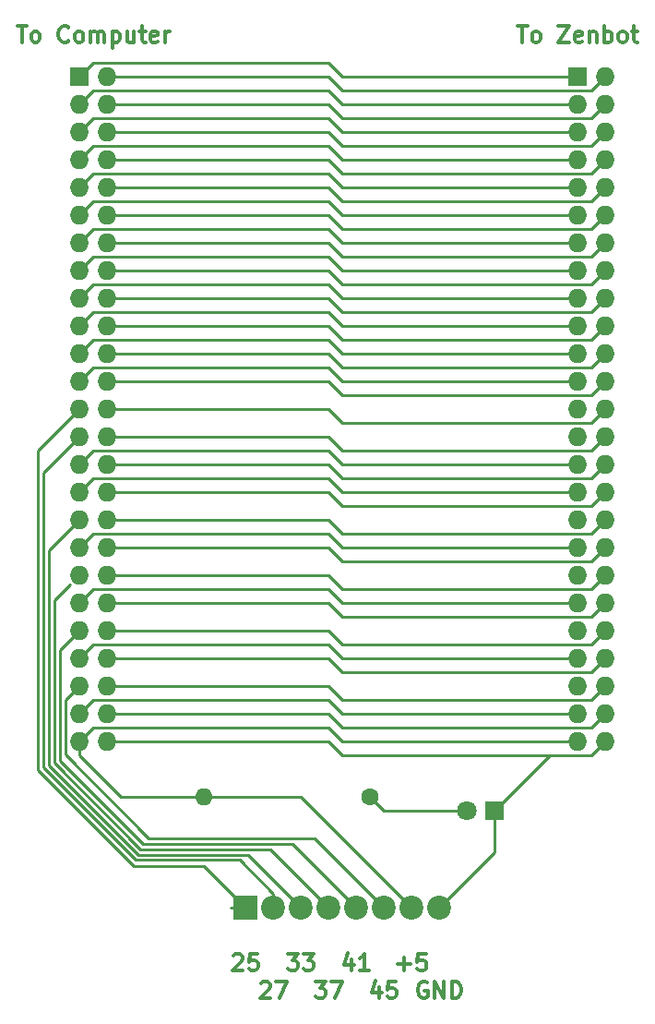
<source format=gbr>
G04 #@! TF.GenerationSoftware,KiCad,Pcbnew,5.0.1+dfsg1-3~bpo9+1*
G04 #@! TF.CreationDate,2018-11-28T12:56:56-07:00*
G04 #@! TF.ProjectId,breakout-board,627265616B6F75742D626F6172642E6B,rev?*
G04 #@! TF.SameCoordinates,Original*
G04 #@! TF.FileFunction,Copper,L2,Bot,Signal*
G04 #@! TF.FilePolarity,Positive*
%FSLAX46Y46*%
G04 Gerber Fmt 4.6, Leading zero omitted, Abs format (unit mm)*
G04 Created by KiCad (PCBNEW 5.0.1+dfsg1-3~bpo9+1) date Wed 28 Nov 2018 12:56:56 PM MST*
%MOMM*%
%LPD*%
G01*
G04 APERTURE LIST*
G04 #@! TA.AperFunction,NonConductor*
%ADD10C,0.300000*%
G04 #@! TD*
G04 #@! TA.AperFunction,ComponentPad*
%ADD11C,2.200000*%
G04 #@! TD*
G04 #@! TA.AperFunction,ComponentPad*
%ADD12R,2.200000X2.200000*%
G04 #@! TD*
G04 #@! TA.AperFunction,ComponentPad*
%ADD13R,1.727200X1.727200*%
G04 #@! TD*
G04 #@! TA.AperFunction,ComponentPad*
%ADD14O,1.727200X1.727200*%
G04 #@! TD*
G04 #@! TA.AperFunction,ComponentPad*
%ADD15C,1.600000*%
G04 #@! TD*
G04 #@! TA.AperFunction,ComponentPad*
%ADD16O,1.600000X1.600000*%
G04 #@! TD*
G04 #@! TA.AperFunction,ComponentPad*
%ADD17R,1.800000X1.800000*%
G04 #@! TD*
G04 #@! TA.AperFunction,ComponentPad*
%ADD18C,1.800000*%
G04 #@! TD*
G04 #@! TA.AperFunction,Conductor*
%ADD19C,0.250000*%
G04 #@! TD*
G04 APERTURE END LIST*
D10*
X150710000Y-38548571D02*
X151567142Y-38548571D01*
X151138571Y-40048571D02*
X151138571Y-38548571D01*
X152281428Y-40048571D02*
X152138571Y-39977142D01*
X152067142Y-39905714D01*
X151995714Y-39762857D01*
X151995714Y-39334285D01*
X152067142Y-39191428D01*
X152138571Y-39120000D01*
X152281428Y-39048571D01*
X152495714Y-39048571D01*
X152638571Y-39120000D01*
X152710000Y-39191428D01*
X152781428Y-39334285D01*
X152781428Y-39762857D01*
X152710000Y-39905714D01*
X152638571Y-39977142D01*
X152495714Y-40048571D01*
X152281428Y-40048571D01*
X154424285Y-38548571D02*
X155424285Y-38548571D01*
X154424285Y-40048571D01*
X155424285Y-40048571D01*
X156567142Y-39977142D02*
X156424285Y-40048571D01*
X156138571Y-40048571D01*
X155995714Y-39977142D01*
X155924285Y-39834285D01*
X155924285Y-39262857D01*
X155995714Y-39120000D01*
X156138571Y-39048571D01*
X156424285Y-39048571D01*
X156567142Y-39120000D01*
X156638571Y-39262857D01*
X156638571Y-39405714D01*
X155924285Y-39548571D01*
X157281428Y-39048571D02*
X157281428Y-40048571D01*
X157281428Y-39191428D02*
X157352857Y-39120000D01*
X157495714Y-39048571D01*
X157710000Y-39048571D01*
X157852857Y-39120000D01*
X157924285Y-39262857D01*
X157924285Y-40048571D01*
X158638571Y-40048571D02*
X158638571Y-38548571D01*
X158638571Y-39120000D02*
X158781428Y-39048571D01*
X159067142Y-39048571D01*
X159210000Y-39120000D01*
X159281428Y-39191428D01*
X159352857Y-39334285D01*
X159352857Y-39762857D01*
X159281428Y-39905714D01*
X159210000Y-39977142D01*
X159067142Y-40048571D01*
X158781428Y-40048571D01*
X158638571Y-39977142D01*
X160210000Y-40048571D02*
X160067142Y-39977142D01*
X159995714Y-39905714D01*
X159924285Y-39762857D01*
X159924285Y-39334285D01*
X159995714Y-39191428D01*
X160067142Y-39120000D01*
X160210000Y-39048571D01*
X160424285Y-39048571D01*
X160567142Y-39120000D01*
X160638571Y-39191428D01*
X160710000Y-39334285D01*
X160710000Y-39762857D01*
X160638571Y-39905714D01*
X160567142Y-39977142D01*
X160424285Y-40048571D01*
X160210000Y-40048571D01*
X161138571Y-39048571D02*
X161710000Y-39048571D01*
X161352857Y-38548571D02*
X161352857Y-39834285D01*
X161424285Y-39977142D01*
X161567142Y-40048571D01*
X161710000Y-40048571D01*
X104760000Y-38548571D02*
X105617142Y-38548571D01*
X105188571Y-40048571D02*
X105188571Y-38548571D01*
X106331428Y-40048571D02*
X106188571Y-39977142D01*
X106117142Y-39905714D01*
X106045714Y-39762857D01*
X106045714Y-39334285D01*
X106117142Y-39191428D01*
X106188571Y-39120000D01*
X106331428Y-39048571D01*
X106545714Y-39048571D01*
X106688571Y-39120000D01*
X106760000Y-39191428D01*
X106831428Y-39334285D01*
X106831428Y-39762857D01*
X106760000Y-39905714D01*
X106688571Y-39977142D01*
X106545714Y-40048571D01*
X106331428Y-40048571D01*
X109474285Y-39905714D02*
X109402857Y-39977142D01*
X109188571Y-40048571D01*
X109045714Y-40048571D01*
X108831428Y-39977142D01*
X108688571Y-39834285D01*
X108617142Y-39691428D01*
X108545714Y-39405714D01*
X108545714Y-39191428D01*
X108617142Y-38905714D01*
X108688571Y-38762857D01*
X108831428Y-38620000D01*
X109045714Y-38548571D01*
X109188571Y-38548571D01*
X109402857Y-38620000D01*
X109474285Y-38691428D01*
X110331428Y-40048571D02*
X110188571Y-39977142D01*
X110117142Y-39905714D01*
X110045714Y-39762857D01*
X110045714Y-39334285D01*
X110117142Y-39191428D01*
X110188571Y-39120000D01*
X110331428Y-39048571D01*
X110545714Y-39048571D01*
X110688571Y-39120000D01*
X110760000Y-39191428D01*
X110831428Y-39334285D01*
X110831428Y-39762857D01*
X110760000Y-39905714D01*
X110688571Y-39977142D01*
X110545714Y-40048571D01*
X110331428Y-40048571D01*
X111474285Y-40048571D02*
X111474285Y-39048571D01*
X111474285Y-39191428D02*
X111545714Y-39120000D01*
X111688571Y-39048571D01*
X111902857Y-39048571D01*
X112045714Y-39120000D01*
X112117142Y-39262857D01*
X112117142Y-40048571D01*
X112117142Y-39262857D02*
X112188571Y-39120000D01*
X112331428Y-39048571D01*
X112545714Y-39048571D01*
X112688571Y-39120000D01*
X112760000Y-39262857D01*
X112760000Y-40048571D01*
X113474285Y-39048571D02*
X113474285Y-40548571D01*
X113474285Y-39120000D02*
X113617142Y-39048571D01*
X113902857Y-39048571D01*
X114045714Y-39120000D01*
X114117142Y-39191428D01*
X114188571Y-39334285D01*
X114188571Y-39762857D01*
X114117142Y-39905714D01*
X114045714Y-39977142D01*
X113902857Y-40048571D01*
X113617142Y-40048571D01*
X113474285Y-39977142D01*
X115474285Y-39048571D02*
X115474285Y-40048571D01*
X114831428Y-39048571D02*
X114831428Y-39834285D01*
X114902857Y-39977142D01*
X115045714Y-40048571D01*
X115260000Y-40048571D01*
X115402857Y-39977142D01*
X115474285Y-39905714D01*
X115974285Y-39048571D02*
X116545714Y-39048571D01*
X116188571Y-38548571D02*
X116188571Y-39834285D01*
X116260000Y-39977142D01*
X116402857Y-40048571D01*
X116545714Y-40048571D01*
X117617142Y-39977142D02*
X117474285Y-40048571D01*
X117188571Y-40048571D01*
X117045714Y-39977142D01*
X116974285Y-39834285D01*
X116974285Y-39262857D01*
X117045714Y-39120000D01*
X117188571Y-39048571D01*
X117474285Y-39048571D01*
X117617142Y-39120000D01*
X117688571Y-39262857D01*
X117688571Y-39405714D01*
X116974285Y-39548571D01*
X118331428Y-40048571D02*
X118331428Y-39048571D01*
X118331428Y-39334285D02*
X118402857Y-39191428D01*
X118474285Y-39120000D01*
X118617142Y-39048571D01*
X118759999Y-39048571D01*
X142367142Y-126250000D02*
X142224285Y-126178571D01*
X142010000Y-126178571D01*
X141795714Y-126250000D01*
X141652857Y-126392857D01*
X141581428Y-126535714D01*
X141510000Y-126821428D01*
X141510000Y-127035714D01*
X141581428Y-127321428D01*
X141652857Y-127464285D01*
X141795714Y-127607142D01*
X142010000Y-127678571D01*
X142152857Y-127678571D01*
X142367142Y-127607142D01*
X142438571Y-127535714D01*
X142438571Y-127035714D01*
X142152857Y-127035714D01*
X143081428Y-127678571D02*
X143081428Y-126178571D01*
X143938571Y-127678571D01*
X143938571Y-126178571D01*
X144652857Y-127678571D02*
X144652857Y-126178571D01*
X145010000Y-126178571D01*
X145224285Y-126250000D01*
X145367142Y-126392857D01*
X145438571Y-126535714D01*
X145510000Y-126821428D01*
X145510000Y-127035714D01*
X145438571Y-127321428D01*
X145367142Y-127464285D01*
X145224285Y-127607142D01*
X145010000Y-127678571D01*
X144652857Y-127678571D01*
X139684285Y-124567142D02*
X140827142Y-124567142D01*
X140255714Y-125138571D02*
X140255714Y-123995714D01*
X142255714Y-123638571D02*
X141541428Y-123638571D01*
X141470000Y-124352857D01*
X141541428Y-124281428D01*
X141684285Y-124210000D01*
X142041428Y-124210000D01*
X142184285Y-124281428D01*
X142255714Y-124352857D01*
X142327142Y-124495714D01*
X142327142Y-124852857D01*
X142255714Y-124995714D01*
X142184285Y-125067142D01*
X142041428Y-125138571D01*
X141684285Y-125138571D01*
X141541428Y-125067142D01*
X141470000Y-124995714D01*
X138001428Y-126678571D02*
X138001428Y-127678571D01*
X137644285Y-126107142D02*
X137287142Y-127178571D01*
X138215714Y-127178571D01*
X139501428Y-126178571D02*
X138787142Y-126178571D01*
X138715714Y-126892857D01*
X138787142Y-126821428D01*
X138930000Y-126750000D01*
X139287142Y-126750000D01*
X139430000Y-126821428D01*
X139501428Y-126892857D01*
X139572857Y-127035714D01*
X139572857Y-127392857D01*
X139501428Y-127535714D01*
X139430000Y-127607142D01*
X139287142Y-127678571D01*
X138930000Y-127678571D01*
X138787142Y-127607142D01*
X138715714Y-127535714D01*
X135461428Y-124138571D02*
X135461428Y-125138571D01*
X135104285Y-123567142D02*
X134747142Y-124638571D01*
X135675714Y-124638571D01*
X137032857Y-125138571D02*
X136175714Y-125138571D01*
X136604285Y-125138571D02*
X136604285Y-123638571D01*
X136461428Y-123852857D01*
X136318571Y-123995714D01*
X136175714Y-124067142D01*
X132135714Y-126178571D02*
X133064285Y-126178571D01*
X132564285Y-126750000D01*
X132778571Y-126750000D01*
X132921428Y-126821428D01*
X132992857Y-126892857D01*
X133064285Y-127035714D01*
X133064285Y-127392857D01*
X132992857Y-127535714D01*
X132921428Y-127607142D01*
X132778571Y-127678571D01*
X132350000Y-127678571D01*
X132207142Y-127607142D01*
X132135714Y-127535714D01*
X133564285Y-126178571D02*
X134564285Y-126178571D01*
X133921428Y-127678571D01*
X129595714Y-123638571D02*
X130524285Y-123638571D01*
X130024285Y-124210000D01*
X130238571Y-124210000D01*
X130381428Y-124281428D01*
X130452857Y-124352857D01*
X130524285Y-124495714D01*
X130524285Y-124852857D01*
X130452857Y-124995714D01*
X130381428Y-125067142D01*
X130238571Y-125138571D01*
X129810000Y-125138571D01*
X129667142Y-125067142D01*
X129595714Y-124995714D01*
X131024285Y-123638571D02*
X131952857Y-123638571D01*
X131452857Y-124210000D01*
X131667142Y-124210000D01*
X131810000Y-124281428D01*
X131881428Y-124352857D01*
X131952857Y-124495714D01*
X131952857Y-124852857D01*
X131881428Y-124995714D01*
X131810000Y-125067142D01*
X131667142Y-125138571D01*
X131238571Y-125138571D01*
X131095714Y-125067142D01*
X131024285Y-124995714D01*
X127127142Y-126321428D02*
X127198571Y-126250000D01*
X127341428Y-126178571D01*
X127698571Y-126178571D01*
X127841428Y-126250000D01*
X127912857Y-126321428D01*
X127984285Y-126464285D01*
X127984285Y-126607142D01*
X127912857Y-126821428D01*
X127055714Y-127678571D01*
X127984285Y-127678571D01*
X128484285Y-126178571D02*
X129484285Y-126178571D01*
X128841428Y-127678571D01*
X124587142Y-123781428D02*
X124658571Y-123710000D01*
X124801428Y-123638571D01*
X125158571Y-123638571D01*
X125301428Y-123710000D01*
X125372857Y-123781428D01*
X125444285Y-123924285D01*
X125444285Y-124067142D01*
X125372857Y-124281428D01*
X124515714Y-125138571D01*
X125444285Y-125138571D01*
X126801428Y-123638571D02*
X126087142Y-123638571D01*
X126015714Y-124352857D01*
X126087142Y-124281428D01*
X126230000Y-124210000D01*
X126587142Y-124210000D01*
X126730000Y-124281428D01*
X126801428Y-124352857D01*
X126872857Y-124495714D01*
X126872857Y-124852857D01*
X126801428Y-124995714D01*
X126730000Y-125067142D01*
X126587142Y-125138571D01*
X126230000Y-125138571D01*
X126087142Y-125067142D01*
X126015714Y-124995714D01*
D11*
G04 #@! TO.P,J1,8*
G04 #@! TO.N,Net-(D1-Pad1)*
X143510000Y-119380000D03*
G04 #@! TO.P,J1,7*
G04 #@! TO.N,Net-(J1-Pad7)*
X140970000Y-119380000D03*
G04 #@! TO.P,J1,6*
G04 #@! TO.N,Net-(J1-Pad6)*
X138430000Y-119380000D03*
G04 #@! TO.P,J1,5*
G04 #@! TO.N,Net-(J1-Pad5)*
X135890000Y-119380000D03*
G04 #@! TO.P,J1,4*
G04 #@! TO.N,Net-(J1-Pad4)*
X133350000Y-119380000D03*
G04 #@! TO.P,J1,3*
G04 #@! TO.N,Net-(J1-Pad3)*
X130810000Y-119380000D03*
G04 #@! TO.P,J1,2*
G04 #@! TO.N,Net-(J1-Pad2)*
X128270000Y-119380000D03*
D12*
G04 #@! TO.P,J1,1*
G04 #@! TO.N,Net-(J1-Pad1)*
X125730000Y-119380000D03*
G04 #@! TD*
D13*
G04 #@! TO.P,P0,1*
G04 #@! TO.N,Net-(P0-Pad1)*
X110490000Y-43180000D03*
D14*
G04 #@! TO.P,P0,2*
G04 #@! TO.N,Net-(P0-Pad2)*
X113030000Y-43180000D03*
G04 #@! TO.P,P0,3*
G04 #@! TO.N,Net-(P0-Pad3)*
X110490000Y-45720000D03*
G04 #@! TO.P,P0,4*
G04 #@! TO.N,Net-(P0-Pad4)*
X113030000Y-45720000D03*
G04 #@! TO.P,P0,5*
G04 #@! TO.N,Net-(P0-Pad5)*
X110490000Y-48260000D03*
G04 #@! TO.P,P0,6*
G04 #@! TO.N,Net-(P0-Pad6)*
X113030000Y-48260000D03*
G04 #@! TO.P,P0,7*
G04 #@! TO.N,Net-(P0-Pad7)*
X110490000Y-50800000D03*
G04 #@! TO.P,P0,8*
G04 #@! TO.N,Net-(P0-Pad8)*
X113030000Y-50800000D03*
G04 #@! TO.P,P0,9*
G04 #@! TO.N,Net-(P0-Pad9)*
X110490000Y-53340000D03*
G04 #@! TO.P,P0,10*
G04 #@! TO.N,Net-(P0-Pad10)*
X113030000Y-53340000D03*
G04 #@! TO.P,P0,11*
G04 #@! TO.N,Net-(P0-Pad11)*
X110490000Y-55880000D03*
G04 #@! TO.P,P0,12*
G04 #@! TO.N,Net-(P0-Pad12)*
X113030000Y-55880000D03*
G04 #@! TO.P,P0,13*
G04 #@! TO.N,Net-(P0-Pad13)*
X110490000Y-58420000D03*
G04 #@! TO.P,P0,14*
G04 #@! TO.N,Net-(P0-Pad14)*
X113030000Y-58420000D03*
G04 #@! TO.P,P0,15*
G04 #@! TO.N,Net-(P0-Pad15)*
X110490000Y-60960000D03*
G04 #@! TO.P,P0,16*
G04 #@! TO.N,Net-(P0-Pad16)*
X113030000Y-60960000D03*
G04 #@! TO.P,P0,17*
G04 #@! TO.N,Net-(P0-Pad17)*
X110490000Y-63500000D03*
G04 #@! TO.P,P0,18*
G04 #@! TO.N,Net-(P0-Pad18)*
X113030000Y-63500000D03*
G04 #@! TO.P,P0,19*
G04 #@! TO.N,Net-(P0-Pad19)*
X110490000Y-66040000D03*
G04 #@! TO.P,P0,20*
G04 #@! TO.N,Net-(P0-Pad20)*
X113030000Y-66040000D03*
G04 #@! TO.P,P0,21*
G04 #@! TO.N,Net-(P0-Pad21)*
X110490000Y-68580000D03*
G04 #@! TO.P,P0,22*
G04 #@! TO.N,Net-(P0-Pad22)*
X113030000Y-68580000D03*
G04 #@! TO.P,P0,23*
G04 #@! TO.N,Net-(P0-Pad23)*
X110490000Y-71120000D03*
G04 #@! TO.P,P0,24*
G04 #@! TO.N,Net-(P0-Pad24)*
X113030000Y-71120000D03*
G04 #@! TO.P,P0,25*
G04 #@! TO.N,Net-(J1-Pad1)*
X110490000Y-73660000D03*
G04 #@! TO.P,P0,26*
G04 #@! TO.N,Net-(P0-Pad26)*
X113030000Y-73660000D03*
G04 #@! TO.P,P0,27*
G04 #@! TO.N,Net-(J1-Pad2)*
X110490000Y-76200000D03*
G04 #@! TO.P,P0,28*
G04 #@! TO.N,Net-(P0-Pad28)*
X113030000Y-76200000D03*
G04 #@! TO.P,P0,29*
G04 #@! TO.N,Net-(P0-Pad29)*
X110490000Y-78740000D03*
G04 #@! TO.P,P0,30*
G04 #@! TO.N,Net-(P0-Pad30)*
X113030000Y-78740000D03*
G04 #@! TO.P,P0,31*
G04 #@! TO.N,Net-(P0-Pad31)*
X110490000Y-81280000D03*
G04 #@! TO.P,P0,32*
G04 #@! TO.N,Net-(P0-Pad32)*
X113030000Y-81280000D03*
G04 #@! TO.P,P0,33*
G04 #@! TO.N,Net-(J1-Pad3)*
X110490000Y-83820000D03*
G04 #@! TO.P,P0,34*
G04 #@! TO.N,Net-(P0-Pad34)*
X113030000Y-83820000D03*
G04 #@! TO.P,P0,35*
G04 #@! TO.N,Net-(P0-Pad35)*
X110490000Y-86360000D03*
G04 #@! TO.P,P0,36*
G04 #@! TO.N,Net-(P0-Pad36)*
X113030000Y-86360000D03*
G04 #@! TO.P,P0,37*
G04 #@! TO.N,Net-(J1-Pad4)*
X110490000Y-88900000D03*
G04 #@! TO.P,P0,38*
G04 #@! TO.N,Net-(P0-Pad38)*
X113030000Y-88900000D03*
G04 #@! TO.P,P0,39*
G04 #@! TO.N,Net-(P0-Pad39)*
X110490000Y-91440000D03*
G04 #@! TO.P,P0,40*
G04 #@! TO.N,Net-(P0-Pad40)*
X113030000Y-91440000D03*
G04 #@! TO.P,P0,41*
G04 #@! TO.N,Net-(J1-Pad5)*
X110490000Y-93980000D03*
G04 #@! TO.P,P0,42*
G04 #@! TO.N,Net-(P0-Pad42)*
X113030000Y-93980000D03*
G04 #@! TO.P,P0,43*
G04 #@! TO.N,Net-(P0-Pad43)*
X110490000Y-96520000D03*
G04 #@! TO.P,P0,44*
G04 #@! TO.N,Net-(P0-Pad44)*
X113030000Y-96520000D03*
G04 #@! TO.P,P0,45*
G04 #@! TO.N,Net-(J1-Pad6)*
X110490000Y-99060000D03*
G04 #@! TO.P,P0,46*
G04 #@! TO.N,Net-(P0-Pad46)*
X113030000Y-99060000D03*
G04 #@! TO.P,P0,47*
G04 #@! TO.N,Net-(P0-Pad47)*
X110490000Y-101600000D03*
G04 #@! TO.P,P0,48*
G04 #@! TO.N,Net-(P0-Pad48)*
X113030000Y-101600000D03*
G04 #@! TO.P,P0,49*
G04 #@! TO.N,Net-(J1-Pad7)*
X110490000Y-104140000D03*
G04 #@! TO.P,P0,50*
G04 #@! TO.N,Net-(D1-Pad1)*
X113030000Y-104140000D03*
G04 #@! TD*
D13*
G04 #@! TO.P,P1,1*
G04 #@! TO.N,Net-(P0-Pad1)*
X156210000Y-43180000D03*
D14*
G04 #@! TO.P,P1,2*
G04 #@! TO.N,Net-(P0-Pad2)*
X158750000Y-43180000D03*
G04 #@! TO.P,P1,3*
G04 #@! TO.N,Net-(P0-Pad3)*
X156210000Y-45720000D03*
G04 #@! TO.P,P1,4*
G04 #@! TO.N,Net-(P0-Pad4)*
X158750000Y-45720000D03*
G04 #@! TO.P,P1,5*
G04 #@! TO.N,Net-(P0-Pad5)*
X156210000Y-48260000D03*
G04 #@! TO.P,P1,6*
G04 #@! TO.N,Net-(P0-Pad6)*
X158750000Y-48260000D03*
G04 #@! TO.P,P1,7*
G04 #@! TO.N,Net-(P0-Pad7)*
X156210000Y-50800000D03*
G04 #@! TO.P,P1,8*
G04 #@! TO.N,Net-(P0-Pad8)*
X158750000Y-50800000D03*
G04 #@! TO.P,P1,9*
G04 #@! TO.N,Net-(P0-Pad9)*
X156210000Y-53340000D03*
G04 #@! TO.P,P1,10*
G04 #@! TO.N,Net-(P0-Pad10)*
X158750000Y-53340000D03*
G04 #@! TO.P,P1,11*
G04 #@! TO.N,Net-(P0-Pad11)*
X156210000Y-55880000D03*
G04 #@! TO.P,P1,12*
G04 #@! TO.N,Net-(P0-Pad12)*
X158750000Y-55880000D03*
G04 #@! TO.P,P1,13*
G04 #@! TO.N,Net-(P0-Pad13)*
X156210000Y-58420000D03*
G04 #@! TO.P,P1,14*
G04 #@! TO.N,Net-(P0-Pad14)*
X158750000Y-58420000D03*
G04 #@! TO.P,P1,15*
G04 #@! TO.N,Net-(P0-Pad15)*
X156210000Y-60960000D03*
G04 #@! TO.P,P1,16*
G04 #@! TO.N,Net-(P0-Pad16)*
X158750000Y-60960000D03*
G04 #@! TO.P,P1,17*
G04 #@! TO.N,Net-(P0-Pad17)*
X156210000Y-63500000D03*
G04 #@! TO.P,P1,18*
G04 #@! TO.N,Net-(P0-Pad18)*
X158750000Y-63500000D03*
G04 #@! TO.P,P1,19*
G04 #@! TO.N,Net-(P0-Pad19)*
X156210000Y-66040000D03*
G04 #@! TO.P,P1,20*
G04 #@! TO.N,Net-(P0-Pad20)*
X158750000Y-66040000D03*
G04 #@! TO.P,P1,21*
G04 #@! TO.N,Net-(P0-Pad21)*
X156210000Y-68580000D03*
G04 #@! TO.P,P1,22*
G04 #@! TO.N,Net-(P0-Pad22)*
X158750000Y-68580000D03*
G04 #@! TO.P,P1,23*
G04 #@! TO.N,Net-(P0-Pad23)*
X156210000Y-71120000D03*
G04 #@! TO.P,P1,24*
G04 #@! TO.N,Net-(P0-Pad24)*
X158750000Y-71120000D03*
G04 #@! TO.P,P1,25*
G04 #@! TO.N,Net-(P1-Pad25)*
X156210000Y-73660000D03*
G04 #@! TO.P,P1,26*
G04 #@! TO.N,Net-(P0-Pad26)*
X158750000Y-73660000D03*
G04 #@! TO.P,P1,27*
G04 #@! TO.N,Net-(P1-Pad27)*
X156210000Y-76200000D03*
G04 #@! TO.P,P1,28*
G04 #@! TO.N,Net-(P0-Pad28)*
X158750000Y-76200000D03*
G04 #@! TO.P,P1,29*
G04 #@! TO.N,Net-(P0-Pad29)*
X156210000Y-78740000D03*
G04 #@! TO.P,P1,30*
G04 #@! TO.N,Net-(P0-Pad30)*
X158750000Y-78740000D03*
G04 #@! TO.P,P1,31*
G04 #@! TO.N,Net-(P0-Pad31)*
X156210000Y-81280000D03*
G04 #@! TO.P,P1,32*
G04 #@! TO.N,Net-(P0-Pad32)*
X158750000Y-81280000D03*
G04 #@! TO.P,P1,33*
G04 #@! TO.N,Net-(P1-Pad33)*
X156210000Y-83820000D03*
G04 #@! TO.P,P1,34*
G04 #@! TO.N,Net-(P0-Pad34)*
X158750000Y-83820000D03*
G04 #@! TO.P,P1,35*
G04 #@! TO.N,Net-(P0-Pad35)*
X156210000Y-86360000D03*
G04 #@! TO.P,P1,36*
G04 #@! TO.N,Net-(P0-Pad36)*
X158750000Y-86360000D03*
G04 #@! TO.P,P1,37*
G04 #@! TO.N,Net-(P1-Pad37)*
X156210000Y-88900000D03*
G04 #@! TO.P,P1,38*
G04 #@! TO.N,Net-(P0-Pad38)*
X158750000Y-88900000D03*
G04 #@! TO.P,P1,39*
G04 #@! TO.N,Net-(P0-Pad39)*
X156210000Y-91440000D03*
G04 #@! TO.P,P1,40*
G04 #@! TO.N,Net-(P0-Pad40)*
X158750000Y-91440000D03*
G04 #@! TO.P,P1,41*
G04 #@! TO.N,Net-(P1-Pad41)*
X156210000Y-93980000D03*
G04 #@! TO.P,P1,42*
G04 #@! TO.N,Net-(P0-Pad42)*
X158750000Y-93980000D03*
G04 #@! TO.P,P1,43*
G04 #@! TO.N,Net-(P0-Pad43)*
X156210000Y-96520000D03*
G04 #@! TO.P,P1,44*
G04 #@! TO.N,Net-(P0-Pad44)*
X158750000Y-96520000D03*
G04 #@! TO.P,P1,45*
G04 #@! TO.N,Net-(P1-Pad45)*
X156210000Y-99060000D03*
G04 #@! TO.P,P1,46*
G04 #@! TO.N,Net-(P0-Pad46)*
X158750000Y-99060000D03*
G04 #@! TO.P,P1,47*
G04 #@! TO.N,Net-(P0-Pad47)*
X156210000Y-101600000D03*
G04 #@! TO.P,P1,48*
G04 #@! TO.N,Net-(P0-Pad48)*
X158750000Y-101600000D03*
G04 #@! TO.P,P1,49*
G04 #@! TO.N,Net-(J1-Pad7)*
X156210000Y-104140000D03*
G04 #@! TO.P,P1,50*
G04 #@! TO.N,Net-(D1-Pad1)*
X158750000Y-104140000D03*
G04 #@! TD*
D15*
G04 #@! TO.P,R1,1*
G04 #@! TO.N,Net-(D1-Pad2)*
X137160000Y-109220000D03*
D16*
G04 #@! TO.P,R1,2*
G04 #@! TO.N,Net-(J1-Pad7)*
X121920000Y-109220000D03*
G04 #@! TD*
D17*
G04 #@! TO.P,D1,1*
G04 #@! TO.N,Net-(D1-Pad1)*
X148590000Y-110490000D03*
D18*
G04 #@! TO.P,D1,2*
G04 #@! TO.N,Net-(D1-Pad2)*
X146050000Y-110490000D03*
G04 #@! TD*
D19*
G04 #@! TO.N,Net-(D1-Pad1)*
X157886401Y-105003599D02*
X158750000Y-104140000D01*
X157561399Y-105328601D02*
X157886401Y-105003599D01*
X134620000Y-105410000D02*
X157480000Y-105410000D01*
X133350000Y-104140000D02*
X134620000Y-105410000D01*
X113030000Y-104140000D02*
X133350000Y-104140000D01*
X157561399Y-105328601D02*
X157480000Y-105410000D01*
X143510000Y-119380000D02*
X148590000Y-114300000D01*
X148590000Y-110490000D02*
X153670000Y-105410000D01*
X148590000Y-114300000D02*
X148590000Y-110490000D01*
G04 #@! TO.N,Net-(D1-Pad2)*
X138430000Y-110490000D02*
X137160000Y-109220000D01*
X146050000Y-110490000D02*
X138430000Y-110490000D01*
G04 #@! TO.N,Net-(J1-Pad1)*
X106680000Y-77470000D02*
X109626401Y-74523599D01*
X106680000Y-106760000D02*
X106680000Y-77470000D01*
X125730000Y-119380000D02*
X124380000Y-119380000D01*
X109626401Y-74523599D02*
X110490000Y-73660000D01*
X115490002Y-115570000D02*
X106680000Y-106759998D01*
X121920000Y-115570000D02*
X115490002Y-115570000D01*
X125730000Y-119380000D02*
X121920000Y-115570000D01*
G04 #@! TO.N,Net-(J1-Pad2)*
X109626401Y-77063599D02*
X110490000Y-76200000D01*
X107180011Y-79509989D02*
X109626401Y-77063599D01*
X107180011Y-106552889D02*
X107180011Y-79509989D01*
X128270000Y-119380000D02*
X128270000Y-118110000D01*
X125190041Y-115030041D02*
X115657163Y-115030041D01*
X128270000Y-118110000D02*
X125190041Y-115030041D01*
X115657163Y-115030041D02*
X107180011Y-106552889D01*
G04 #@! TO.N,Net-(J1-Pad3)*
X107680022Y-106345778D02*
X115864275Y-114530031D01*
X115864275Y-114530031D02*
X125960031Y-114530031D01*
X125960031Y-114530031D02*
X129710001Y-118280001D01*
X110490000Y-83820000D02*
X107680022Y-86629978D01*
X107680022Y-86629978D02*
X107680022Y-106345778D01*
X129710001Y-118280001D02*
X130810000Y-119380000D01*
G04 #@! TO.N,Net-(J1-Pad4)*
X108180033Y-106138667D02*
X108180033Y-91209967D01*
X108180033Y-91209967D02*
X109626401Y-89763599D01*
X116071387Y-114030021D02*
X108180033Y-106138667D01*
X133350000Y-119380000D02*
X128000021Y-114030021D01*
X128000021Y-114030021D02*
X116071387Y-114030021D01*
G04 #@! TO.N,Net-(J1-Pad5)*
X109626401Y-94843599D02*
X110490000Y-93980000D01*
X108680044Y-105931556D02*
X108680044Y-95789956D01*
X116278499Y-113530011D02*
X108680044Y-105931556D01*
X108680044Y-95789956D02*
X109626401Y-94843599D01*
X135890000Y-119380000D02*
X130040011Y-113530011D01*
X130040011Y-113530011D02*
X116278499Y-113530011D01*
G04 #@! TO.N,Net-(J1-Pad6)*
X109180055Y-100369945D02*
X109626401Y-99923599D01*
X116840000Y-113030000D02*
X109180055Y-105370055D01*
X132080000Y-113030000D02*
X116840000Y-113030000D01*
X109626401Y-99923599D02*
X110490000Y-99060000D01*
X138430000Y-119380000D02*
X132080000Y-113030000D01*
X109180055Y-105370055D02*
X109180055Y-100369945D01*
G04 #@! TO.N,Net-(J1-Pad7)*
X110490000Y-104140000D02*
X111760000Y-102870000D01*
X111760000Y-102870000D02*
X133350000Y-102870000D01*
X134620000Y-104140000D02*
X156210000Y-104140000D01*
X133350000Y-102870000D02*
X134620000Y-104140000D01*
X110490000Y-104140000D02*
X110490000Y-105410000D01*
X121920000Y-109220000D02*
X114300000Y-109220000D01*
X114300000Y-109220000D02*
X110490000Y-105410000D01*
X127000000Y-109220000D02*
X121920000Y-109220000D01*
X130810000Y-109220000D02*
X127000000Y-109220000D01*
X140970000Y-119380000D02*
X130810000Y-109220000D01*
G04 #@! TO.N,Net-(P0-Pad1)*
X110490000Y-43180000D02*
X111760000Y-41910000D01*
X134620000Y-43180000D02*
X156210000Y-43180000D01*
X133350000Y-41910000D02*
X134620000Y-43180000D01*
X111760000Y-41910000D02*
X133350000Y-41910000D01*
G04 #@! TO.N,Net-(P0-Pad2)*
X113030000Y-43180000D02*
X133350000Y-43180000D01*
X157480000Y-44450000D02*
X158750000Y-43180000D01*
X134620000Y-44450000D02*
X157480000Y-44450000D01*
X133350000Y-43180000D02*
X134620000Y-44450000D01*
G04 #@! TO.N,Net-(P0-Pad3)*
X110490000Y-45720000D02*
X111760000Y-44450000D01*
X111760000Y-44450000D02*
X133350000Y-44450000D01*
X133350000Y-44450000D02*
X134620000Y-45720000D01*
X134620000Y-45720000D02*
X156210000Y-45720000D01*
G04 #@! TO.N,Net-(P0-Pad4)*
X113030000Y-45720000D02*
X133350000Y-45720000D01*
X133350000Y-45720000D02*
X134620000Y-46990000D01*
X134620000Y-46990000D02*
X157480000Y-46990000D01*
X157480000Y-46990000D02*
X158750000Y-45720000D01*
G04 #@! TO.N,Net-(P0-Pad5)*
X110490000Y-48260000D02*
X111760000Y-46990000D01*
X111760000Y-46990000D02*
X133350000Y-46990000D01*
X134620000Y-48260000D02*
X156210000Y-48260000D01*
X133350000Y-46990000D02*
X134620000Y-48260000D01*
G04 #@! TO.N,Net-(P0-Pad6)*
X158750000Y-48260000D02*
X157480000Y-49530000D01*
X157480000Y-49530000D02*
X134620000Y-49530000D01*
X134620000Y-49530000D02*
X133350000Y-48260000D01*
X133350000Y-48260000D02*
X113030000Y-48260000D01*
G04 #@! TO.N,Net-(P0-Pad7)*
X134620000Y-50800000D02*
X156210000Y-50800000D01*
X111760000Y-49530000D02*
X133350000Y-49530000D01*
X133350000Y-49530000D02*
X134620000Y-50800000D01*
X110490000Y-50800000D02*
X111760000Y-49530000D01*
G04 #@! TO.N,Net-(P0-Pad8)*
X158750000Y-50800000D02*
X157480000Y-52070000D01*
X157480000Y-52070000D02*
X134620000Y-52070000D01*
X134620000Y-52070000D02*
X133350000Y-50800000D01*
X133350000Y-50800000D02*
X113030000Y-50800000D01*
G04 #@! TO.N,Net-(P0-Pad9)*
X133350000Y-52070000D02*
X134620000Y-53340000D01*
X134620000Y-53340000D02*
X156210000Y-53340000D01*
X111760000Y-52070000D02*
X133350000Y-52070000D01*
X110490000Y-53340000D02*
X111760000Y-52070000D01*
G04 #@! TO.N,Net-(P0-Pad10)*
X158750000Y-53340000D02*
X157480000Y-54610000D01*
X157480000Y-54610000D02*
X134620000Y-54610000D01*
X134620000Y-54610000D02*
X133350000Y-53340000D01*
X133350000Y-53340000D02*
X113030000Y-53340000D01*
G04 #@! TO.N,Net-(P0-Pad11)*
X111760000Y-54610000D02*
X133350000Y-54610000D01*
X133350000Y-54610000D02*
X134620000Y-55880000D01*
X154988686Y-55880000D02*
X156210000Y-55880000D01*
X110490000Y-55880000D02*
X111760000Y-54610000D01*
X134620000Y-55880000D02*
X154988686Y-55880000D01*
G04 #@! TO.N,Net-(P0-Pad12)*
X133350000Y-55880000D02*
X113030000Y-55880000D01*
X157480000Y-57150000D02*
X134620000Y-57150000D01*
X134620000Y-57150000D02*
X133350000Y-55880000D01*
X158750000Y-55880000D02*
X157480000Y-57150000D01*
G04 #@! TO.N,Net-(P0-Pad13)*
X110490000Y-58420000D02*
X111760000Y-57150000D01*
X111760000Y-57150000D02*
X133350000Y-57150000D01*
X133350000Y-57150000D02*
X134620000Y-58420000D01*
X134620000Y-58420000D02*
X156210000Y-58420000D01*
G04 #@! TO.N,Net-(P0-Pad14)*
X158750000Y-58420000D02*
X157480000Y-59690000D01*
X157480000Y-59690000D02*
X134620000Y-59690000D01*
X134620000Y-59690000D02*
X133350000Y-58420000D01*
X133350000Y-58420000D02*
X113030000Y-58420000D01*
G04 #@! TO.N,Net-(P0-Pad15)*
X134620000Y-60960000D02*
X156210000Y-60960000D01*
X133350000Y-59690000D02*
X134620000Y-60960000D01*
X111760000Y-59690000D02*
X133350000Y-59690000D01*
X110490000Y-60960000D02*
X111760000Y-59690000D01*
G04 #@! TO.N,Net-(P0-Pad16)*
X158750000Y-60960000D02*
X157480000Y-62230000D01*
X157480000Y-62230000D02*
X134620000Y-62230000D01*
X134620000Y-62230000D02*
X133350000Y-60960000D01*
X133350000Y-60960000D02*
X113030000Y-60960000D01*
G04 #@! TO.N,Net-(P0-Pad17)*
X110490000Y-63500000D02*
X111760000Y-62230000D01*
X111760000Y-62230000D02*
X133350000Y-62230000D01*
X133350000Y-62230000D02*
X134620000Y-63500000D01*
X134620000Y-63500000D02*
X156210000Y-63500000D01*
G04 #@! TO.N,Net-(P0-Pad18)*
X158750000Y-63500000D02*
X157480000Y-64770000D01*
X157480000Y-64770000D02*
X134620000Y-64770000D01*
X134620000Y-64770000D02*
X133350000Y-63500000D01*
X133350000Y-63500000D02*
X120650000Y-63500000D01*
X120650000Y-63500000D02*
X113030000Y-63500000D01*
G04 #@! TO.N,Net-(P0-Pad19)*
X110490000Y-66040000D02*
X111760000Y-64770000D01*
X111760000Y-64770000D02*
X133350000Y-64770000D01*
X133350000Y-64770000D02*
X134620000Y-66040000D01*
X134620000Y-66040000D02*
X142240000Y-66040000D01*
X142240000Y-66040000D02*
X156210000Y-66040000D01*
G04 #@! TO.N,Net-(P0-Pad20)*
X158750000Y-66040000D02*
X157480000Y-67310000D01*
X157480000Y-67310000D02*
X134620000Y-67310000D01*
X134620000Y-67310000D02*
X133350000Y-66040000D01*
X133350000Y-66040000D02*
X113030000Y-66040000D01*
G04 #@! TO.N,Net-(P0-Pad21)*
X110490000Y-68580000D02*
X111760000Y-67310000D01*
X111760000Y-67310000D02*
X133350000Y-67310000D01*
X134620000Y-68580000D02*
X156210000Y-68580000D01*
X133350000Y-67310000D02*
X134620000Y-68580000D01*
G04 #@! TO.N,Net-(P0-Pad22)*
X157480000Y-69850000D02*
X134620000Y-69850000D01*
X158750000Y-68580000D02*
X157480000Y-69850000D01*
X134620000Y-69850000D02*
X133350000Y-68580000D01*
X133350000Y-68580000D02*
X113030000Y-68580000D01*
G04 #@! TO.N,Net-(P0-Pad23)*
X110490000Y-71120000D02*
X111760000Y-69850000D01*
X111760000Y-69850000D02*
X133350000Y-69850000D01*
X134620000Y-71120000D02*
X156210000Y-71120000D01*
X133350000Y-69850000D02*
X134620000Y-71120000D01*
G04 #@! TO.N,Net-(P0-Pad24)*
X158750000Y-71120000D02*
X157480000Y-72390000D01*
X157480000Y-72390000D02*
X134620000Y-72390000D01*
X134620000Y-72390000D02*
X133350000Y-71120000D01*
X133350000Y-71120000D02*
X113030000Y-71120000D01*
G04 #@! TO.N,Net-(P0-Pad26)*
X157886401Y-74523599D02*
X158750000Y-73660000D01*
X113030000Y-73660000D02*
X133350000Y-73660000D01*
X134620000Y-74930000D02*
X157480000Y-74930000D01*
X133350000Y-73660000D02*
X134620000Y-74930000D01*
X157480000Y-74930000D02*
X157886401Y-74523599D01*
G04 #@! TO.N,Net-(P0-Pad28)*
X157886401Y-77063599D02*
X158750000Y-76200000D01*
X113030000Y-76200000D02*
X133350000Y-76200000D01*
X133350000Y-76200000D02*
X134620000Y-77470000D01*
X134620000Y-77470000D02*
X157480000Y-77470000D01*
X157480000Y-77470000D02*
X157886401Y-77063599D01*
G04 #@! TO.N,Net-(P0-Pad29)*
X110490000Y-78740000D02*
X111760000Y-77470000D01*
X111760000Y-77470000D02*
X133350000Y-77470000D01*
X134620000Y-78740000D02*
X156210000Y-78740000D01*
X133350000Y-77470000D02*
X134620000Y-78740000D01*
G04 #@! TO.N,Net-(P0-Pad30)*
X158750000Y-78740000D02*
X157480000Y-80010000D01*
X157480000Y-80010000D02*
X134620000Y-80010000D01*
X134620000Y-80010000D02*
X133350000Y-78740000D01*
X133350000Y-78740000D02*
X113030000Y-78740000D01*
G04 #@! TO.N,Net-(P0-Pad31)*
X110490000Y-81280000D02*
X111760000Y-80010000D01*
X111760000Y-80010000D02*
X133350000Y-80010000D01*
X133350000Y-80010000D02*
X134620000Y-81280000D01*
X134620000Y-81280000D02*
X156210000Y-81280000D01*
G04 #@! TO.N,Net-(P0-Pad32)*
X113030000Y-81280000D02*
X133350000Y-81280000D01*
X134620000Y-82550000D02*
X157480000Y-82550000D01*
X157886401Y-82143599D02*
X158750000Y-81280000D01*
X133350000Y-81280000D02*
X134620000Y-82550000D01*
X157480000Y-82550000D02*
X157886401Y-82143599D01*
G04 #@! TO.N,Net-(P0-Pad34)*
X158750000Y-83820000D02*
X157480000Y-85090000D01*
X157480000Y-85090000D02*
X134620000Y-85090000D01*
X134620000Y-85090000D02*
X133350000Y-83820000D01*
X133350000Y-83820000D02*
X113030000Y-83820000D01*
G04 #@! TO.N,Net-(P0-Pad35)*
X110490000Y-86360000D02*
X111760000Y-85090000D01*
X111760000Y-85090000D02*
X133350000Y-85090000D01*
X134620000Y-86360000D02*
X156210000Y-86360000D01*
X133350000Y-85090000D02*
X134620000Y-86360000D01*
G04 #@! TO.N,Net-(P0-Pad36)*
X158750000Y-86360000D02*
X157480000Y-87630000D01*
X157480000Y-87630000D02*
X134620000Y-87630000D01*
X134620000Y-87630000D02*
X133350000Y-86360000D01*
X133350000Y-86360000D02*
X113030000Y-86360000D01*
G04 #@! TO.N,Net-(P0-Pad38)*
X157886401Y-89763599D02*
X158750000Y-88900000D01*
X113030000Y-88900000D02*
X133350000Y-88900000D01*
X134620000Y-90170000D02*
X157480000Y-90170000D01*
X133350000Y-88900000D02*
X134620000Y-90170000D01*
X157480000Y-90170000D02*
X157886401Y-89763599D01*
G04 #@! TO.N,Net-(P0-Pad39)*
X110490000Y-91440000D02*
X111760000Y-90170000D01*
X111760000Y-90170000D02*
X133350000Y-90170000D01*
X134620000Y-91440000D02*
X156210000Y-91440000D01*
X133350000Y-90170000D02*
X134620000Y-91440000D01*
G04 #@! TO.N,Net-(P0-Pad40)*
X158750000Y-91440000D02*
X157480000Y-92710000D01*
X157480000Y-92710000D02*
X134620000Y-92710000D01*
X134620000Y-92710000D02*
X133350000Y-91440000D01*
X133350000Y-91440000D02*
X113030000Y-91440000D01*
G04 #@! TO.N,Net-(P0-Pad42)*
X157886401Y-94843599D02*
X158750000Y-93980000D01*
X113030000Y-93980000D02*
X133350000Y-93980000D01*
X133350000Y-93980000D02*
X134620000Y-95250000D01*
X134620000Y-95250000D02*
X157480000Y-95250000D01*
X157480000Y-95250000D02*
X157886401Y-94843599D01*
G04 #@! TO.N,Net-(P0-Pad43)*
X110490000Y-96520000D02*
X111760000Y-95250000D01*
X111760000Y-95250000D02*
X133350000Y-95250000D01*
X133350000Y-95250000D02*
X134620000Y-96520000D01*
X134620000Y-96520000D02*
X156210000Y-96520000D01*
G04 #@! TO.N,Net-(P0-Pad44)*
X158750000Y-96520000D02*
X157480000Y-97790000D01*
X157480000Y-97790000D02*
X134620000Y-97790000D01*
X134620000Y-97790000D02*
X133350000Y-96520000D01*
X133350000Y-96520000D02*
X113030000Y-96520000D01*
G04 #@! TO.N,Net-(P0-Pad46)*
X157886401Y-99923599D02*
X158750000Y-99060000D01*
X113030000Y-99060000D02*
X133350000Y-99060000D01*
X133350000Y-99060000D02*
X134620000Y-100330000D01*
X134620000Y-100330000D02*
X157480000Y-100330000D01*
X157480000Y-100330000D02*
X157886401Y-99923599D01*
G04 #@! TO.N,Net-(P0-Pad47)*
X110490000Y-101600000D02*
X111760000Y-100330000D01*
X111760000Y-100330000D02*
X133350000Y-100330000D01*
X134620000Y-101600000D02*
X156210000Y-101600000D01*
X133350000Y-100330000D02*
X134620000Y-101600000D01*
G04 #@! TO.N,Net-(P0-Pad48)*
X158750000Y-101600000D02*
X157480000Y-102870000D01*
X157480000Y-102870000D02*
X134620000Y-102870000D01*
X134620000Y-102870000D02*
X133350000Y-101600000D01*
X133350000Y-101600000D02*
X113030000Y-101600000D01*
G04 #@! TD*
M02*

</source>
